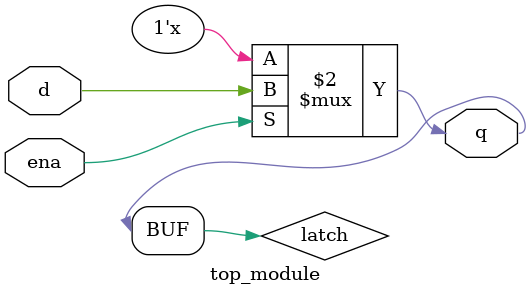
<source format=v>
module top_module (
    input d, 
    input ena,
    output q);
    
    reg latch ;
    assign q = latch;
    
    always @(*)begin
        
        latch <= ena?d:latch;
    end
    
    

endmodule

</source>
